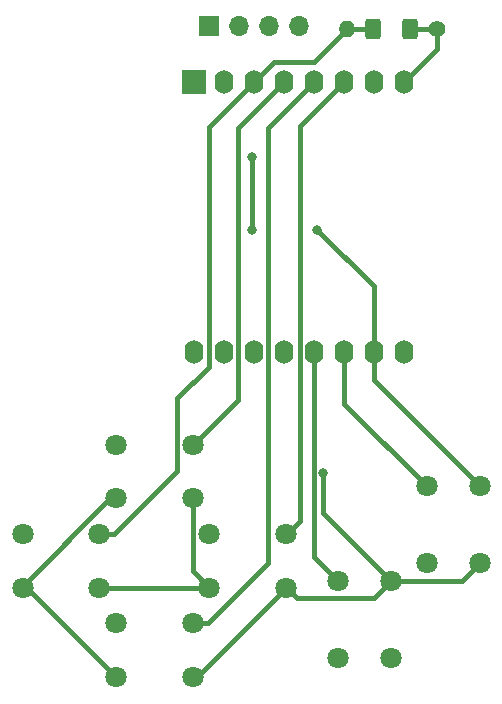
<source format=gbl>
G04 #@! TF.GenerationSoftware,KiCad,Pcbnew,9.0.6*
G04 #@! TF.CreationDate,2025-11-17T18:11:24+05:30*
G04 #@! TF.ProjectId,BloodHound_VENOM,426c6f6f-6448-46f7-956e-645f56454e4f,1*
G04 #@! TF.SameCoordinates,Original*
G04 #@! TF.FileFunction,Copper,L2,Bot*
G04 #@! TF.FilePolarity,Positive*
%FSLAX46Y46*%
G04 Gerber Fmt 4.6, Leading zero omitted, Abs format (unit mm)*
G04 Created by KiCad (PCBNEW 9.0.6) date 2025-11-17 18:11:24*
%MOMM*%
%LPD*%
G01*
G04 APERTURE LIST*
G04 Aperture macros list*
%AMRoundRect*
0 Rectangle with rounded corners*
0 $1 Rounding radius*
0 $2 $3 $4 $5 $6 $7 $8 $9 X,Y pos of 4 corners*
0 Add a 4 corners polygon primitive as box body*
4,1,4,$2,$3,$4,$5,$6,$7,$8,$9,$2,$3,0*
0 Add four circle primitives for the rounded corners*
1,1,$1+$1,$2,$3*
1,1,$1+$1,$4,$5*
1,1,$1+$1,$6,$7*
1,1,$1+$1,$8,$9*
0 Add four rect primitives between the rounded corners*
20,1,$1+$1,$2,$3,$4,$5,0*
20,1,$1+$1,$4,$5,$6,$7,0*
20,1,$1+$1,$6,$7,$8,$9,0*
20,1,$1+$1,$8,$9,$2,$3,0*%
G04 Aperture macros list end*
G04 #@! TA.AperFunction,ComponentPad*
%ADD10C,1.800000*%
G04 #@! TD*
G04 #@! TA.AperFunction,ComponentPad*
%ADD11R,1.700000X1.700000*%
G04 #@! TD*
G04 #@! TA.AperFunction,ComponentPad*
%ADD12O,1.700000X1.700000*%
G04 #@! TD*
G04 #@! TA.AperFunction,ComponentPad*
%ADD13R,2.000000X2.000000*%
G04 #@! TD*
G04 #@! TA.AperFunction,ComponentPad*
%ADD14O,1.600000X2.000000*%
G04 #@! TD*
G04 #@! TA.AperFunction,ComponentPad*
%ADD15C,1.400000*%
G04 #@! TD*
G04 #@! TA.AperFunction,ComponentPad*
%ADD16O,1.400000X1.400000*%
G04 #@! TD*
G04 #@! TA.AperFunction,SMDPad,CuDef*
%ADD17RoundRect,0.250000X0.400000X0.625000X-0.400000X0.625000X-0.400000X-0.625000X0.400000X-0.625000X0*%
G04 #@! TD*
G04 #@! TA.AperFunction,ViaPad*
%ADD18C,0.800000*%
G04 #@! TD*
G04 #@! TA.AperFunction,Conductor*
%ADD19C,0.400000*%
G04 #@! TD*
G04 APERTURE END LIST*
D10*
X139240000Y-112010000D03*
X132740000Y-112010000D03*
X139240000Y-116510000D03*
X132740000Y-116510000D03*
X159450000Y-115950000D03*
X159450000Y-122450000D03*
X163950000Y-115950000D03*
X163950000Y-122450000D03*
X166950000Y-107950000D03*
X166950000Y-114450000D03*
X171450000Y-107950000D03*
X171450000Y-114450000D03*
X147150000Y-119550000D03*
X140650000Y-119550000D03*
X147150000Y-124050000D03*
X140650000Y-124050000D03*
X147150000Y-104450000D03*
X140650000Y-104450000D03*
X147150000Y-108950000D03*
X140650000Y-108950000D03*
X155040000Y-112010000D03*
X148540000Y-112010000D03*
X155040000Y-116510000D03*
X148540000Y-116510000D03*
D11*
X148480000Y-69000000D03*
D12*
X151020000Y-69000000D03*
X153560000Y-69000000D03*
X156100000Y-69000000D03*
D13*
X147240000Y-73700000D03*
D14*
X149780000Y-73700000D03*
X152320000Y-73700000D03*
X154860000Y-73700000D03*
X157400000Y-73700000D03*
X159940000Y-73700000D03*
X162480000Y-73700000D03*
X165020000Y-73700000D03*
X165020000Y-96560000D03*
X162480000Y-96560000D03*
X159940000Y-96560000D03*
X157400000Y-96560000D03*
X154860000Y-96560000D03*
X152320000Y-96560000D03*
X149780000Y-96560000D03*
X147240000Y-96560000D03*
D15*
X167810000Y-69200000D03*
D16*
X160190000Y-69200000D03*
D17*
X165500000Y-69200000D03*
X162400000Y-69200000D03*
D18*
X152200000Y-80100000D03*
X157700000Y-86200000D03*
X152200000Y-86200000D03*
X158199500Y-106800000D03*
D19*
X162480000Y-98980000D02*
X171450000Y-107950000D01*
X139240000Y-116510000D02*
X148540000Y-116510000D01*
X147500000Y-124050000D02*
X147150000Y-124050000D01*
X140150000Y-108950000D02*
X132740000Y-116360000D01*
X155940000Y-117410000D02*
X162490000Y-117410000D01*
X157700000Y-86200000D02*
X162480000Y-90980000D01*
X163950000Y-115950000D02*
X169950000Y-115950000D01*
X162480000Y-96560000D02*
X162480000Y-98980000D01*
X147150000Y-108950000D02*
X147150000Y-115120000D01*
X133110000Y-116510000D02*
X132740000Y-116510000D01*
X158199500Y-110199500D02*
X163950000Y-115950000D01*
X162490000Y-117410000D02*
X163950000Y-115950000D01*
X152200000Y-86200000D02*
X152200000Y-80100000D01*
X140650000Y-108950000D02*
X140150000Y-108950000D01*
X147150000Y-115120000D02*
X148540000Y-116510000D01*
X132740000Y-116360000D02*
X132740000Y-116510000D01*
X155040000Y-116510000D02*
X147500000Y-124050000D01*
X169950000Y-115950000D02*
X171450000Y-114450000D01*
X155040000Y-116510000D02*
X155940000Y-117410000D01*
X140650000Y-124050000D02*
X133110000Y-116510000D01*
X162480000Y-90980000D02*
X162480000Y-96560000D01*
X158199500Y-106800000D02*
X158199500Y-110199500D01*
X165500000Y-69200000D02*
X167810000Y-69200000D01*
X165020000Y-73680000D02*
X167810000Y-70890000D01*
X165020000Y-73700000D02*
X165020000Y-73680000D01*
X167810000Y-70890000D02*
X167810000Y-69200000D01*
X148500000Y-97800000D02*
X148500000Y-77520000D01*
X140513000Y-112010000D02*
X145850000Y-106673000D01*
X160190000Y-69200000D02*
X157390000Y-72000000D01*
X148500000Y-77520000D02*
X152320000Y-73700000D01*
X145850000Y-100450000D02*
X148500000Y-97800000D01*
X157390000Y-72000000D02*
X154020000Y-72000000D01*
X160190000Y-69200000D02*
X162400000Y-69200000D01*
X139240000Y-112010000D02*
X140513000Y-112010000D01*
X154020000Y-72000000D02*
X152320000Y-73700000D01*
X145850000Y-106673000D02*
X145850000Y-100450000D01*
X156200000Y-77440000D02*
X159940000Y-73700000D01*
X155040000Y-112010000D02*
X156200000Y-110850000D01*
X156200000Y-110850000D02*
X156200000Y-77440000D01*
X154860000Y-73700000D02*
X150980000Y-77580000D01*
X150980000Y-77580000D02*
X150980000Y-100620000D01*
X150980000Y-100620000D02*
X147150000Y-104450000D01*
X147150000Y-119550000D02*
X148423000Y-119550000D01*
X153520000Y-77580000D02*
X157400000Y-73700000D01*
X153520000Y-114453000D02*
X153520000Y-77580000D01*
X148423000Y-119550000D02*
X153520000Y-114453000D01*
X166950000Y-107950000D02*
X159940000Y-100940000D01*
X159940000Y-100940000D02*
X159940000Y-96560000D01*
X157400000Y-113900000D02*
X157400000Y-96560000D01*
X159450000Y-115950000D02*
X157400000Y-113900000D01*
M02*

</source>
